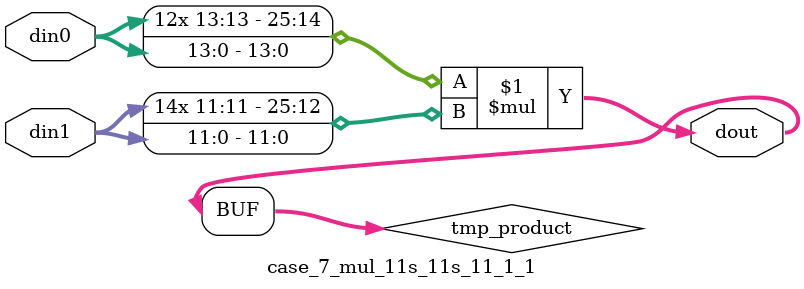
<source format=v>

`timescale 1 ns / 1 ps

 module case_7_mul_11s_11s_11_1_1(din0, din1, dout);
parameter ID = 1;
parameter NUM_STAGE = 0;
parameter din0_WIDTH = 14;
parameter din1_WIDTH = 12;
parameter dout_WIDTH = 26;

input [din0_WIDTH - 1 : 0] din0; 
input [din1_WIDTH - 1 : 0] din1; 
output [dout_WIDTH - 1 : 0] dout;

wire signed [dout_WIDTH - 1 : 0] tmp_product;



























assign tmp_product = $signed(din0) * $signed(din1);








assign dout = tmp_product;





















endmodule

</source>
